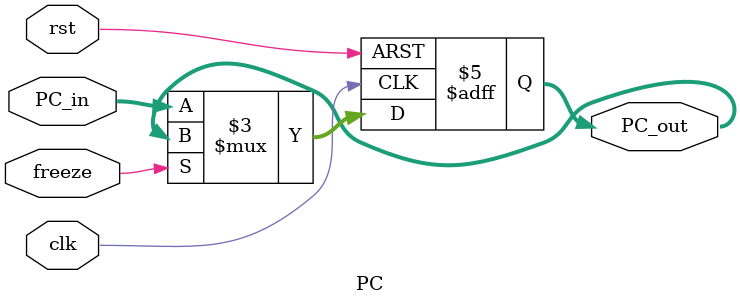
<source format=v>
module PC(
    input clk, rst, freeze,
    input [31:0] PC_in,
    output reg [31:0] PC_out
);

    always @(posedge clk, posedge rst) begin
        if (rst)
            PC_out <= 32'b0;
        else if(~freeze) 
            PC_out <= PC_in;
    end

endmodule
</source>
